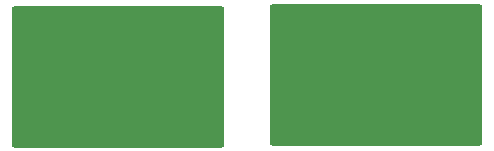
<source format=gbp>
%TF.GenerationSoftware,KiCad,Pcbnew,8.0.0*%
%TF.CreationDate,2024-12-08T13:18:30+05:30*%
%TF.ProjectId,RFID_1,52464944-5f31-42e6-9b69-6361645f7063,rev?*%
%TF.SameCoordinates,Original*%
%TF.FileFunction,Paste,Bot*%
%TF.FilePolarity,Positive*%
%FSLAX46Y46*%
G04 Gerber Fmt 4.6, Leading zero omitted, Abs format (unit mm)*
G04 Created by KiCad (PCBNEW 8.0.0) date 2024-12-08 13:18:30*
%MOMM*%
%LPD*%
G01*
G04 APERTURE LIST*
G04 Aperture macros list*
%AMRoundRect*
0 Rectangle with rounded corners*
0 $1 Rounding radius*
0 $2 $3 $4 $5 $6 $7 $8 $9 X,Y pos of 4 corners*
0 Add a 4 corners polygon primitive as box body*
4,1,4,$2,$3,$4,$5,$6,$7,$8,$9,$2,$3,0*
0 Add four circle primitives for the rounded corners*
1,1,$1+$1,$2,$3*
1,1,$1+$1,$4,$5*
1,1,$1+$1,$6,$7*
1,1,$1+$1,$8,$9*
0 Add four rect primitives between the rounded corners*
20,1,$1+$1,$2,$3,$4,$5,0*
20,1,$1+$1,$4,$5,$6,$7,0*
20,1,$1+$1,$6,$7,$8,$9,0*
20,1,$1+$1,$8,$9,$2,$3,0*%
G04 Aperture macros list end*
%ADD10RoundRect,0.250000X8.750000X-5.750000X8.750000X5.750000X-8.750000X5.750000X-8.750000X-5.750000X0*%
G04 APERTURE END LIST*
D10*
%TO.C,J5*%
X138557000Y-118567200D03*
%TD*%
%TO.C,J4*%
X160372700Y-118404400D03*
%TD*%
M02*

</source>
